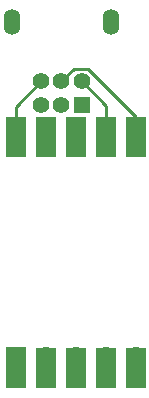
<source format=gbr>
%TF.GenerationSoftware,KiCad,Pcbnew,(6.0.7)*%
%TF.CreationDate,2022-08-31T20:47:36+01:00*%
%TF.ProjectId,Adapter,41646170-7465-4722-9e6b-696361645f70,rev?*%
%TF.SameCoordinates,Original*%
%TF.FileFunction,Copper,L1,Top*%
%TF.FilePolarity,Positive*%
%FSLAX46Y46*%
G04 Gerber Fmt 4.6, Leading zero omitted, Abs format (unit mm)*
G04 Created by KiCad (PCBNEW (6.0.7)) date 2022-08-31 20:47:36*
%MOMM*%
%LPD*%
G01*
G04 APERTURE LIST*
%TA.AperFunction,ComponentPad*%
%ADD10R,1.700000X1.700000*%
%TD*%
%TA.AperFunction,SMDPad,CuDef*%
%ADD11R,1.700000X3.500000*%
%TD*%
%TA.AperFunction,ComponentPad*%
%ADD12O,1.700000X1.700000*%
%TD*%
%TA.AperFunction,ComponentPad*%
%ADD13R,1.400000X1.400000*%
%TD*%
%TA.AperFunction,ComponentPad*%
%ADD14C,1.400000*%
%TD*%
%TA.AperFunction,ComponentPad*%
%ADD15O,1.400000X2.200000*%
%TD*%
%TA.AperFunction,Conductor*%
%ADD16C,0.250000*%
%TD*%
G04 APERTURE END LIST*
D10*
%TO.P,U1,13,GND*%
%TO.N,unconnected-(U1-Pad13)*%
X147066000Y-116078000D03*
D11*
X147066000Y-116978000D03*
D12*
%TO.P,U1,14,GPIO10*%
%TO.N,unconnected-(U1-Pad14)*%
X149606000Y-116078000D03*
D11*
X149606000Y-116978000D03*
%TO.P,U1,15,GPIO11*%
%TO.N,unconnected-(U1-Pad15)*%
X152146000Y-116978000D03*
D12*
X152146000Y-116078000D03*
%TO.P,U1,16,GPIO12*%
%TO.N,unconnected-(U1-Pad16)*%
X154686000Y-116078000D03*
D11*
X154686000Y-116978000D03*
D12*
%TO.P,U1,17,GPIO13*%
%TO.N,unconnected-(U1-Pad17)*%
X157226000Y-116078000D03*
D11*
X157226000Y-116978000D03*
D12*
%TO.P,U1,24,GPIO18*%
%TO.N,PSD*%
X157226000Y-98298000D03*
D11*
X157226000Y-97398000D03*
D12*
%TO.P,U1,25,GPIO19*%
%TO.N,PSO*%
X154686000Y-98298000D03*
D11*
X154686000Y-97398000D03*
%TO.P,U1,26,GPIO20*%
%TO.N,PSI*%
X152146000Y-97398000D03*
D12*
X152146000Y-98298000D03*
%TO.P,U1,27,GPIO21*%
%TO.N,PSC*%
X149606000Y-98298000D03*
D11*
X149606000Y-97398000D03*
D10*
%TO.P,U1,28,GND*%
%TO.N,GND*%
X147066000Y-98298000D03*
D11*
X147066000Y-97398000D03*
%TD*%
D13*
%TO.P,J1,1,VDD*%
%TO.N,unconnected-(J1-Pad1)*%
X152622000Y-94731500D03*
D14*
%TO.P,J1,2,SO*%
%TO.N,PSO*%
X152622000Y-92731500D03*
%TO.P,J1,3,SI*%
%TO.N,PSI*%
X150922000Y-94731500D03*
%TO.P,J1,4,SD*%
%TO.N,PSD*%
X150922000Y-92731500D03*
%TO.P,J1,5,SC*%
%TO.N,PSC*%
X149222000Y-94731500D03*
%TO.P,J1,6,GND*%
%TO.N,GND*%
X149222000Y-92731500D03*
D15*
%TO.P,J1,SH*%
%TO.N,unconnected-(J1-PadSH)*%
X155122000Y-87731500D03*
X146722000Y-87731500D03*
%TD*%
D16*
%TO.N,PSD*%
X153162000Y-91694000D02*
X151959500Y-91694000D01*
X151959500Y-91694000D02*
X150922000Y-92731500D01*
X157226000Y-98298000D02*
X157226000Y-95758000D01*
X157226000Y-95758000D02*
X153162000Y-91694000D01*
%TO.N,PSO*%
X154686000Y-98298000D02*
X154686000Y-94795500D01*
X154686000Y-94795500D02*
X152622000Y-92731500D01*
%TO.N,GND*%
X147066000Y-94887500D02*
X149222000Y-92731500D01*
X147066000Y-98298000D02*
X147066000Y-94887500D01*
%TD*%
M02*

</source>
